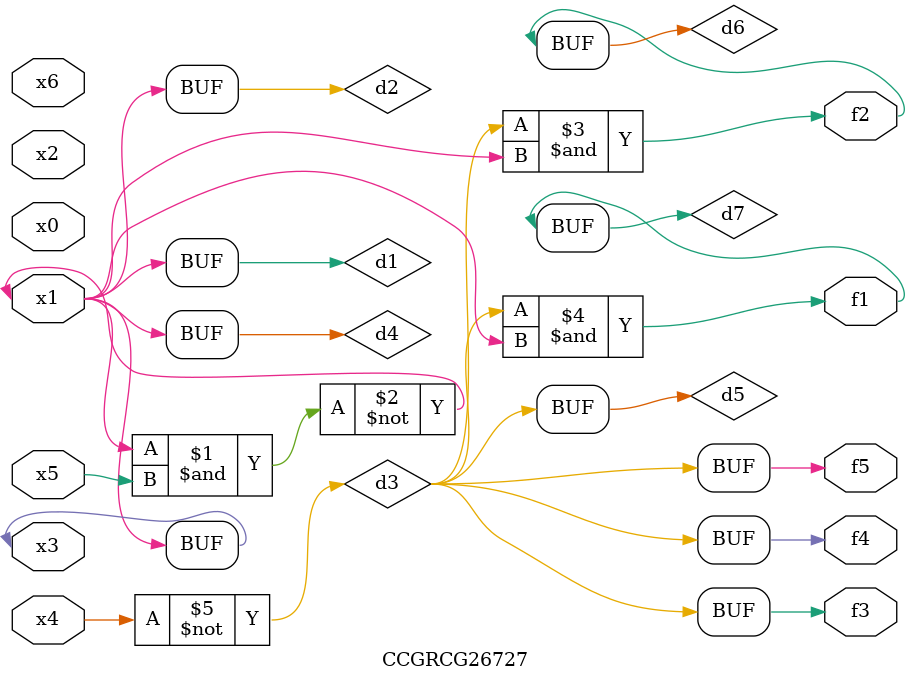
<source format=v>
module CCGRCG26727(
	input x0, x1, x2, x3, x4, x5, x6,
	output f1, f2, f3, f4, f5
);

	wire d1, d2, d3, d4, d5, d6, d7;

	buf (d1, x1, x3);
	nand (d2, x1, x5);
	not (d3, x4);
	buf (d4, d1, d2);
	buf (d5, d3);
	and (d6, d3, d4);
	and (d7, d3, d4);
	assign f1 = d7;
	assign f2 = d6;
	assign f3 = d5;
	assign f4 = d5;
	assign f5 = d5;
endmodule

</source>
